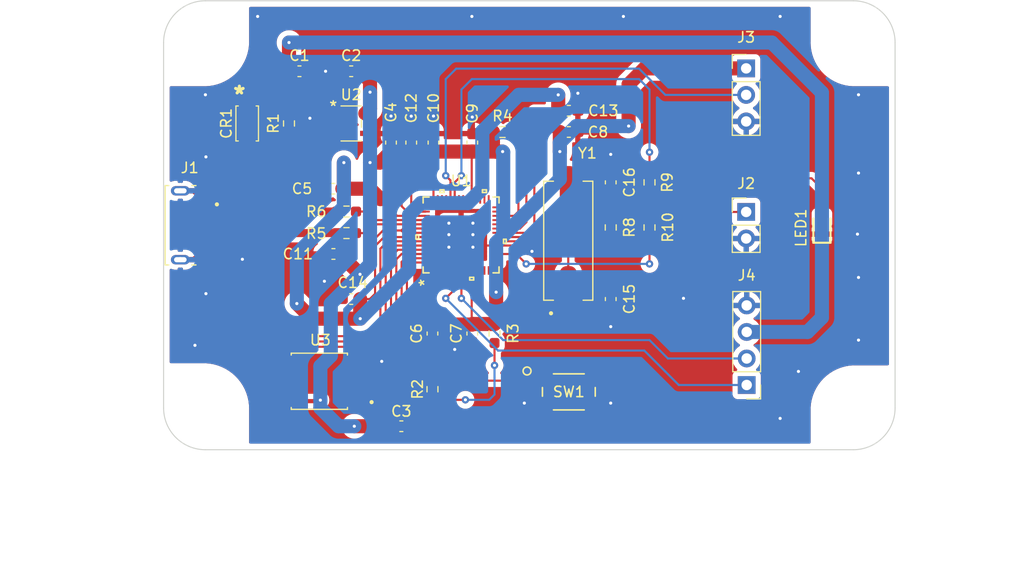
<source format=kicad_pcb>
(kicad_pcb (version 20211014) (generator pcbnew)
  (layers (0 "F.Cu" signal) (31 "B.Cu" signal) (34 "B.Paste" user) (35 "F.Paste" user) (36 "B.SilkS" user "B.Silkscreen") (37 "F.SilkS" user "F.Silkscreen") (38 "B.Mask" user) (39 "F.Mask" user) (44 "Edge.Cuts" user))
  (net 0 "")
  (net 1 "+3V3")
  (net 2 "GND")
  (net 3 "+5V")
  (net 4 "/+1.1V")
  (net 5 "/XIN")
  (net 6 "Net-(C16-Pad1)")
  (net 7 "/VBUS")
  (net 8 "/USB_N")
  (net 9 "/USB_P")
  (net 11 "/RUN")
  (net 12 "Net-(J2-Pad1)")
  (net 13 "Net-(R5-Pad1)")
  (net 14 "Net-(LED1-Pad2)")
  (net 17 "/GPIO26")
  (net 18 "/XOUT")
  (net 19 "/GPIO25")
  (net 20 "/USB_BOOT")
  (net 23 "/XBee_RX")
  (net 24 "/XBee_TX")
  (net 35 "Net-(R1-Pad2)")
  (net 46 "Net-(R6-Pad1)")
  (net 50 "/QSPI_SD3")
  (net 51 "/QSPI_SCK")
  (net 52 "/QSPI_SD2")
  (net 53 "/QSPI_SD1")
  (net 54 "/QSPI_CS")
  (net 56 "/QSPI_SD0")
  (net 57 "/GPIO14")
  (footprint "Resistor_SMD:R_0603_1608Metric_Pad0.98x0.95mm_HandSolder" (layer "F.Cu") (at 123.5 91.186 180)
    (fp_text reference "R6")
    (fp_text value "27")
  )
  (footprint "W25Q16JVSSIQ:SOIC127P790X216-8N" (layer "F.Cu") (at 120.904 107.442 180)
    (fp_text reference "U3")
    (fp_text value "W25Q16JVSSIQ")
  )
  (footprint "Resistor_SMD:R_0603_1608Metric_Pad0.98x0.95mm_HandSolder" (layer "F.Cu") (at 152.5 88.392 -90)
    (fp_text reference "R9")
    (fp_text value "1K")
  )
  (footprint "PTS810 SJK 250 SMTR LFS:PTS810 SJK 250 SMTR LFS" (layer "F.Cu") (at 144.78 108.458)
    (fp_text reference "SW1")
    (fp_text value "PTS810_SJK_250_SMTR_LFS" hide)
  )
  (footprint "Capacitor_SMD:C_0603_1608Metric_Pad1.08x0.95mm_HandSolder" (layer "F.Cu") (at 122.25 95.25 180)
    (fp_text reference "C11")
    (fp_text value "0.1uF")
  )
  (footprint "Capacitor_SMD:C_0603_1608Metric_Pad1.08x0.95mm_HandSolder" (layer "F.Cu") (at 131.826 84.582 90)
    (fp_text reference "C10")
    (fp_text value "0.1uF")
  )
  (footprint "Resistor_SMD:R_0603_1608Metric_Pad0.98x0.95mm_HandSolder" (layer "F.Cu") (at 123.5 93.25 180)
    (fp_text reference "R5")
    (fp_text value "27")
  )
  (footprint "MountingHole:MountingHole_3.5mm" (layer "F.Cu") (at 172.2 74.8)
    (fp_text reference "REF2" hide)
    (fp_text value "MountingHole_3.5mm")
  )
  (footprint "AP7365-33WG-7:AP7365-33WG-7" (layer "F.Cu") (at 123.952 82.75)
    (fp_text reference "U2")
    (fp_text value "AP7365-33WG-7" hide)
  )
  (footprint "150060VS75000:LEDC1608X80N" (layer "F.Cu") (at 169 92.6 90)
    (fp_text reference "LED1")
    (fp_text value "150060VS75000")
  )
  (footprint "Capacitor_SMD:C_0603_1608Metric_Pad1.08x0.95mm_HandSolder" (layer "F.Cu") (at 123.952 77.75 180)
    (fp_text reference "C2")
    (fp_text value "1uF")
  )
  (footprint "Connector_PinHeader_2.54mm:PinHeader_1x04_P2.54mm_Vertical" (layer "F.Cu") (at 161.8 107.8 180)
    (fp_text reference "J4")
    (fp_text value "Conn_01x04_Male")
  )
  (footprint "Connector_PinHeader_2.54mm:PinHeader_1x02_P2.54mm_Vertical" (layer "F.Cu") (at 161.75 91.225)
    (fp_text reference "J2")
    (fp_text value "Conn_01x02_Male")
  )
  (footprint "Capacitor_SMD:C_0603_1608Metric_Pad1.08x0.95mm_HandSolder" (layer "F.Cu") (at 131.73 102.87 -90)
    (fp_text reference "C6")
    (fp_text value "0.1uF")
  )
  (footprint "Resistor_SMD:R_0603_1608Metric_Pad0.98x0.95mm_HandSolder" (layer "F.Cu") (at 131.73 108.204 -90)
    (fp_text reference "R2")
    (fp_text value "1K")
  )
  (footprint "Resistor_SMD:R_0603_1608Metric_Pad0.98x0.95mm_HandSolder" (layer "F.Cu") (at 152.5 92.71 90)
    (fp_text reference "R10")
    (fp_text value "1K")
  )
  (footprint "MountingHole:MountingHole_3.5mm" (layer "F.Cu") (at 172.25 110.25)
    (fp_text reference "REF4" hide)
    (fp_text value "MountingHole_3.5mm")
  )
  (footprint "Capacitor_SMD:C_0603_1608Metric_Pad1.08x0.95mm_HandSolder" (layer "F.Cu") (at 127.762 84.582 90)
    (fp_text reference "C4")
    (fp_text value "1uF")
  )
  (footprint "Capacitor_SMD:C_0603_1608Metric_Pad1.08x0.95mm_HandSolder" (layer "F.Cu") (at 129.698 84.582 90)
    (fp_text reference "C12")
    (fp_text value "0.1uF")
  )
  (footprint "Resistor_SMD:R_0603_1608Metric_Pad0.98x0.95mm_HandSolder" (layer "F.Cu") (at 137.668 102.87 -90)
    (fp_text reference "R3")
    (fp_text value "10K")
  )
  (footprint "ABLS-12:ABLS-12.000MHZ-B4-T" (layer "F.Cu") (at 144.7244 93.98 90)
    (fp_text reference "Y1")
    (fp_text value "Crystal")
  )
  (footprint "Resistor_SMD:R_0603_1608Metric_Pad0.98x0.95mm_HandSolder" (layer "F.Cu") (at 138.43 83.566)
    (fp_text reference "R4")
    (fp_text value "10K")
  )
  (footprint "Capacitor_SMD:C_0603_1608Metric_Pad1.08x0.95mm_HandSolder" (layer "F.Cu") (at 122.25 89 180)
    (fp_text reference "C5")
    (fp_text value "1uF")
  )
  (footprint "MountingHole:MountingHole_3.5mm" (layer "F.Cu") (at 109.8 110.1)
    (fp_text reference "REF3" hide)
    (fp_text value "MountingHole_3.5mm")
  )
  (footprint "Capacitor_SMD:C_0603_1608Metric_Pad1.08x0.95mm_HandSolder" (layer "F.Cu") (at 119 77.75)
    (fp_text reference "C1")
    (fp_text value "1uF")
  )
  (footprint "Capacitor_SMD:C_0603_1608Metric_Pad1.08x0.95mm_HandSolder" (layer "F.Cu") (at 144.78 81.534)
    (fp_text reference "C13")
    (fp_text value "0.1uF")
  )
  (footprint "Resistor_SMD:R_0603_1608Metric_Pad0.98x0.95mm_HandSolder" (layer "F.Cu") (at 118 82.75 -90)
    (fp_text reference "R1")
    (fp_text value "10K")
  )
  (footprint "10118193-0001LF:FCI_10118193-0001LF" (layer "F.Cu") (at 107.6 92.5 -90)
    (fp_text reference "J1")
    (fp_text value "10118193-0001LF" hide)
  )
  (footprint "Capacitor_SMD:C_0603_1608Metric_Pad1.08x0.95mm_HandSolder" (layer "F.Cu") (at 144.78 83.566)
    (fp_text reference "C8")
    (fp_text value "0.1uF")
  )
  (footprint "Connector_PinHeader_2.54mm:PinHeader_1x03_P2.54mm_Vertical" (layer "F.Cu") (at 161.75 77.475)
    (fp_text reference "J3")
    (fp_text value "Conn_01x03_Male")
  )
  (footprint "Capacitor_SMD:C_0603_1608Metric_Pad1.08x0.95mm_HandSolder" (layer "F.Cu") (at 148.7884 88.392 90)
    (fp_text reference "C16")
    (fp_text value "27pF")
  )
  (footprint "Capacitor_SMD:C_0603_1608Metric_Pad1.08x0.95mm_HandSolder" (layer "F.Cu") (at 135.54 102.87 -90)
    (fp_text reference "C7")
    (fp_text value "0.1uF")
  )
  (footprint "Capacitor_SMD:C_0603_1608Metric_Pad1.08x0.95mm_HandSolder" (layer "F.Cu") (at 135.54 84.582 90)
    (fp_text reference "C9")
    (fp_text value "0.1uF")
  )
  (footprint "MountingHole:MountingHole_3.5mm" (layer "F.Cu") (at 109.8 74.8)
    (fp_text reference "REF1" hide)
    (fp_text value "MountingHole_3.5mm")
  )
  (footprint "SM5817PL-TP:SM5817PL-TP" (layer "F.Cu") (at 114 82.75 -90)
    (fp_text reference "CR1")
    (fp_text value "SM5817PL-TP" hide)
  )
  (footprint "Resistor_SMD:R_0603_1608Metric_Pad0.98x0.95mm_HandSolder" (layer "F.Cu") (at 148.7884 92.71 90)
    (fp_text reference "R8")
    (fp_text value "1K")
  )
  (footprint "Capacitor_SMD:C_0603_1608Metric_Pad1.08x0.95mm_HandSolder" (layer "F.Cu") (at 148.7884 99.568 -90)
    (fp_text reference "C15")
    (fp_text value "27pF")
  )
  (footprint "Capacitor_SMD:C_0603_1608Metric_Pad1.08x0.95mm_HandSolder" (layer "F.Cu") (at 128.75 111.75)
    (fp_text reference "C3")
    (fp_text value "0.1uF")
  )
  (footprint "Capacitor_SMD:C_0603_1608Metric_Pad1.08x0.95mm_HandSolder" (layer "F.Cu") (at 123.952 99.568 180)
    (fp_text reference "C14")
    (fp_text value "0.1uF")
  )
  (footprint "RP2040:RP2040" (layer "F.Cu") (at 134.468 93.426 90)
    (fp_text reference "U1")
    (fp_text value "RP2040" hide)
  )
  (gr_line (start 110.000001 71.000001) (end 172 71) (layer "Edge.Cuts") (width 0.1))
  (gr_line (start 106.000001 109.999999) (end 106.000001 75.000001) (layer "Edge.Cuts") (width 0.1))
  (gr_line (start 171.999999 113.999999) (end 110.000001 113.999999) (layer "Edge.Cuts") (width 0.1))
  (gr_line (start 176 75) (end 175.999999 109.999999) (layer "Edge.Cuts") (width 0.1))
  (gr_arc (start 172 71) (mid 174.828427 72.171573) (end 176 75) (layer "Edge.Cuts") (width 0.1))
  (gr_arc (start 106.000001 75.000001) (mid 107.171574 72.171574) (end 110.000001 71.000001) (layer "Edge.Cuts") (width 0.1))
  (gr_arc (start 110.000001 113.999999) (mid 107.171574 112.828426) (end 106.000001 109.999999) (layer "Edge.Cuts") (width 0.1))
  (gr_arc (start 175.999999 109.999999) (mid 174.828426 112.828426) (end 171.999999 113.999999) (layer "Edge.Cuts") (width 0.1))
  (gr_text "*" (at 113.25 80) (layer "F.SilkS") (effects (font (size 1.5 1.5) (thickness 0.3))))
  (segment (start 126.7105 86.496) (end 127.762 85.4445) (width 1.35) (layer "F.Cu") (net 1))
  (segment (start 131.8264 96.8296) (end 131.8264 101.9111) (width 0.2) (layer "F.Cu") (net 1))
  (segment (start 131.8264 101.9111) (end 131.73 102.0075) (width 0.2) (layer "F.Cu") (net 1))
  (segment (start 131.0644 93.2228) (end 128.9728 93.2228) (width 0.2) (layer "F.Cu") (net 1))
  (segment (start 128.9728 93.2228) (end 128.75 93) (width 0.2) (layer "F.Cu") (net 1))
  (segment (start 127.762 85.4445) (end 129.698 85.4445) (width 1.35) (layer "F.Cu") (net 1))
  (segment (start 137.8215 85.4445) (end 138.4445 85.4445) (width 1.35) (layer "F.Cu") (net 1))
  (segment (start 131.05952 92.80952) (end 128.94048 92.80952) (width 0.2) (layer "F.Cu") (net 1))
  (segment (start 131.8264 90.0224) (end 131.8264 85.4449) (width 0.2) (layer "F.Cu") (net 1))
  (segment (start 128.75 93) (end 128.94048 92.80952) (width 0.2) (layer "F.Cu") (net 1))
  (segment (start 125.754 79.754) (end 125.754 78.6895) (width 1.35) (layer "F.Cu") (net 1))
  (segment (start 135.59 101.9575) (end 135.54 102.0075) (width 1.35) (layer "F.Cu") (net 1))
  (segment (start 125.754 86.496) (end 126.7105 86.496) (width 1.35) (layer "F.Cu") (net 1))
  (segment (start 135.484 101.9515) (end 135.484 96.8296) (width 0.2) (layer "F.Cu") (net 1))
  (segment (start 129.2908 91.1908) (end 128.778 90.678) (width 0.2) (layer "F.Cu") (net 1))
  (segment (start 123.0895 95.25) (end 123.0895 95.4105) (width 0.2) (layer "F.Cu") (net 1))
  (segment (start 143.9175 83.566) (end 143.9175 85.4445) (width 1.35) (layer "F.Cu") (net 1))
  (segment (start 135.484 85.5005) (end 135.54 85.4445) (width 0.2) (layer "F.Cu") (net 1))
  (segment (start 135.484 90.0224) (end 135.484 85.5005) (width 0.2) (layer "F.Cu") (net 1))
  (segment (start 125.75 96.25) (end 124.802 97.198) (width 0.2) (layer "F.Cu") (net 1))
  (segment (start 131.826 85.4445) (end 135.54 85.4445) (width 1.35) (layer "F.Cu") (net 1))
  (segment (start 129.698 85.4445) (end 129.698 90.582) (width 0.2) (layer "F.Cu") (net 1))
  (segment (start 131.0644 92.8144) (end 131.05952 92.80952) (width 0.2) (layer "F.Cu") (net 1))
  (segment (start 142.24 83.566) (end 143.9175 83.566) (width 0.2) (layer "F.Cu") (net 1))
  (segment (start 124.802 97.198) (end 124.798 97.198) (width 0.2) (layer "F.Cu") (net 1))
  (segment (start 137.8716 93.2228) (end 140.9652 93.2228) (width 0.2) (layer "F.Cu") (net 1))
  (segment (start 129.2908 91.1908) (end 131.0644 91.1908) (width 0.2) (layer "F.Cu") (net 1))
  (segment (start 117.299 109.347) (end 120.903 109.347) (width 0.4) (layer "F.Cu") (net 1))
  (segment (start 129.9004 90.7844) (end 131.0644 90.7844) (width 0.2) (layer "F.Cu") (net 1))
  (segment (start 129.698 85.4445) (end 131.826 85.4445) (width 1.35) (layer "F.Cu") (net 1))
  (segment (start 141.478 84.328) (end 142.24 83.566) (width 0.2) (layer "F.Cu") (net 1))
  (segment (start 127.8875 111.75) (end 124.25 111.75) (width 1.35) (layer "F.Cu") (net 1))
  (segment (start 120.903 109.347) (end 121 109.25) (width 0.4) (layer "F.Cu") (net 1))
  (segment (start 135.54 102.0075) (end 131.73 102.0075) (width 1.35) (layer "F.Cu") (net 1))
  (segment (start 135.54 85.4445) (end 137.8215 85.4445) (width 1.35) (layer "F.Cu") (net 1))
  (segment (start 123.1125 95.5125) (end 124.798 97.198) (width 1.35) (layer "F.Cu") (net 1))
  (segment (start 125.75 94.25) (end 125.75 96.25) (width 0.2) (layer "F.Cu") (net 1))
  (segment (start 127 93) (end 128.75 93) (width 0.2) (layer "F.Cu") (net 1))
  (segment (start 125.754 81.347999) (end 125.302 81.799999) (width 1.35) (layer "F.Cu") (net 1))
  (segment (start 131.8264 85.4449) (end 131.826 85.4445) (width 0.2) (layer "F.Cu") (net 1))
  (segment (start 150.5 79) (end 150.5 83) (width 1.35) (layer "F.Cu") (net 1))
  (segment (start 135.54 102.0075) (end 135.484 101.9515) (width 0.2) (layer "F.Cu") (net 1))
  (segment (start 137.8215 101.804) (end 137.668 101.9575) (width 1.35) (layer "F.Cu") (net 1))
  (segment (start 137.668 101.9575) (end 135.59 101.9575) (width 1.35) (layer "F.Cu") (net 1))
  (segment (start 127 93) (end 125.75 94.25) (width 0.2) (layer "F.Cu") (net 1))
  (segment (start 123.1125 95.25) (end 123.1125 95.5125) (width 1.35) (layer "F.Cu") (net 1))
  (segment (start 137.8215 98.9065) (end 137.8215 101.804) (width 1.35) (layer "F.Cu") (net 1))
  (segment (start 125.754 79.754) (end 125.754 81.347999) (width 1.35) (layer "F.Cu") (net 1))
  (segment (start 141.478 92.71) (end 141.478 84.328) (width 0.2) (layer "F.Cu") (net 1))
  (segment (start 125.754 78.6895) (end 124.8145 77.75) (width 1.35) (layer "F.Cu") (net 1))
  (segment (start 131.0644 92.8164) (end 131.0644 92.8144) (width 0.2) (layer "F.Cu") (net 1))
  (segment (start 128.778 86.4605) (end 127.762 85.4445) (width 0.2) (layer "F.Cu") (net 1))
  (segment (start 129.698 90.582) (end 129.9004 90.7844) (width 0.2) (layer "F.Cu") (net 1))
  (segment (start 152.025 77.475) (end 150.5 79) (width 1.35) (layer "F.Cu") (net 1))
  (segment (start 140.9652 93.2228) (end 141.478 92.71) (width 0.2) (layer "F.Cu") (net 1))
  (segment (start 137.5175 85.1405) (end 137.8215 85.4445) (width 1.35) (layer "F.Cu") (net 1))
  (segment (start 161.75 77.475) (end 152.025 77.475) (width 1.35) (layer "F.Cu") (net 1))
  (segment (start 128.778 90.678) (end 128.778 86.4605) (width 0.2) (layer "F.Cu") (net 1))
  (segment (start 137.5175 83.566) (end 137.5175 85.1405) (width 1.35) (layer "F.Cu") (net 1))
  (via (at 138.4445 85.4445) (size 0.7) (drill 0.3) (layers "F.Cu" "B.Cu") (net 1))
  (via (at 124.798 97.198) (size 0.7) (drill 0.3) (layers "F.Cu" "B.Cu") (net 1))
  (via (at 150.5 83) (size 0.7) (drill 0.3) (layers "F.Cu" "B.Cu") (net 1))
  (via (at 137.8215 98.9065) (size 0.7) (drill 0.3) (layers "F.Cu" "B.Cu") (net 1))
  (via (at 125.754 79.754) (size 0.7) (drill 0.3) (layers "F.Cu" "B.Cu") (net 1))
  (via (at 125.754 86.496) (size 0.7) (drill 0.3) (layers "F.Cu" "B.Cu") (net 1))
  (via (at 143.9175 85.4445) (size 0.7) (drill 0.3) (layers "F.Cu" "B.Cu") (net 1))
  (via (at 121 109.25) (size 0.7) (drill 0.3) (layers "F.Cu" "B.Cu") (net 1))
  (via (at 124.25 111.75) (size 0.7) (drill 0.3) (layers "F.Cu" "B.Cu") (net 1))
  (segment (start 124.798 97.202) (end 122 100) (width 1.35) (layer "B.Cu") (net 1))
  (segment (start 137.8215 98.9065) (end 137.8215 94.1785) (width 1.35) (layer "B.Cu") (net 1))
  (segment (start 137.8215 94.1785) (end 138.5 93.5) (width 1.35) (layer "B.Cu") (net 1))
  (segment (start 122 100) (end 122 104) (width 1.35) (layer "B.Cu") (net 1))
  (segment (start 143.9175 84.5825) (end 145.5 83) (width 1.35) (layer "B.Cu") (net 1))
  (segment (start 121 106) (end 121 109.25) (width 1.35) (layer "B.Cu") (net 1))
  (segment (start 138.4445 85.4445) (end 138.5 85.5) (width 1.35) (layer "B.Cu") (net 1))
  (segment (start 122 105) (end 121 106) (width 1.35) (layer "B.Cu") (net 1))
  (segment (start 125.754 83.004) (end 125.754 79.754) (width 1.35) (layer "B.Cu") (net 1))
  (segment (start 122 104) (end 122 105) (width 1.35) (layer "B.Cu") (net 1))
  (segment (start 121 110) (end 122.75 111.75) (width 1.35) (layer "B.Cu") (net 1))
  (segment (start 138.5 85.5) (end 138.5 93.5) (width 1.35) (layer "B.Cu") (net 1))
  (segment (start 124.798 97.198) (end 124.798 97.202) (width 1.35) (layer "B.Cu") (net 1))
  (segment (start 125.754 93.496) (end 125.754 96.242) (width 1.35) (layer "B.Cu") (net 1))
  (segment (start 121 109.25) (end 121 110) (width 1.35) (layer "B.Cu") (net 1))
  (segment (start 125.754 86.496) (end 125.754 83.004) (width 1.35) (layer "B.Cu") (net 1))
  (segment (start 122.75 111.75) (end 124.25 111.75) (width 1.35) (layer "B.Cu") (net 1))
  (segment (start 143.9175 85.4445) (end 143.9175 84.5825) (width 1.35) (layer "B.Cu") (net 1))
  (segment (start 125.754 93.496) (end 125.754 86.496) (width 1.35) (layer "B.Cu") (net 1))
  (segment (start 143.9175 88.0825) (end 143.9175 85.4445) (width 1.35) (layer "B.Cu") (net 1))
  (segment (start 145.5 83) (end 150.5 83) (width 1.35) (layer "B.Cu") (net 1))
  (segment (start 138.5 93.5) (end 143.9175 88.0825) (width 1.35) (layer "B.Cu") (net 1))
  (segment (start 125.754 96.242) (end 124.798 97.198) (width 1.35) (layer "B.Cu") (net 1))
  (segment (start 131.826 83.7195) (end 131.826 82.042) (width 0.2) (layer "F.Cu") (net 2))
  (segment (start 129.698 82.138) (end 129.698 82.052) (width 0.2) (layer "F.Cu") (net 2))
  (segment (start 133.1965 103.7325) (end 133.858 104.394) (width 0.2) (layer "F.Cu") (net 2))
  (segment (start 134.5195 103.7325) (end 133.858 104.394) (width 0.2) (layer "F.Cu") (net 2))
  (segment (start 119.8625 77.75) (end 121.5 77.75) (width 0.2) (layer "F.Cu") (net 2))
  (segment (start 123.0895 77.75) (end 121.5 77.75) (width 0.2) (layer "F.Cu") (net 2))
  (segment (start 121.3875 97.8625) (end 121.3875 97.866) (width 0.2) (layer "F.Cu") (net 2))
  (segment (start 111.58 93.8) (end 113.538 95.758) (width 0.4) (layer "F.Cu") (net 2))
  (segment (start 120.5 82.75) (end 120 82.25) (width 0.4) (layer "F.Cu") (net 2))
  (segment (start 127.762 83.7195) (end 127.762 82.042) (width 0.2) (layer "F.Cu") (net 2))
  (segment (start 129.698 83.7195) (end 129.698 82.138) (width 0.2) (layer "F.Cu") (net 2))
  (segment (start 148.7884 100.4305) (end 148.7884 102.2116) (width 0.2) (layer "F.Cu") (net 2))
  (segment (start 135.758 94.442) (end 135.6 94.6) (width 0.2) (layer "F.Cu") (net 2))
  (segment (start 140.692 94.442) (end 141.25 95) (width 0.2) (layer "F.Cu") (net 2))
  (segment (start 146.855 109.532999) (end 148.785001 109.532999) (width 0.2) (layer "F.Cu") (net 2))
  (segment (start 148.7884 87.5295) (end 148.7884 85.7116) (width 0.2) (layer "F.Cu") (net 2))
  (segment (start 137.8716 94.442) (end 140.692 94.442) (width 0.2) (layer "F.Cu") (net 2))
  (segment (start 145.6425 83.566) (end 145.6425 81.534) (width 0.2) (layer "F.Cu") (net 2))
  (segment (start 145.6425 81.534) (end 145.6425 79.8565) (width 0.2) (layer "F.Cu") (net 2))
  (segment (start 169 93.35) (end 172.4 93.35) (width 0.2) (layer "F.Cu") (net 2))
  (segment (start 110.05 89.3) (end 110.05 85.95) (width 0.2) (layer "F.Cu") (net 2))
  (segment (start 135.54 83.7195) (end 135.54 82.138) (width 0.2) (layer "F.Cu") (net 2))
  (segment (start 110.275 93.8) (end 107.7 93.8) (width 0.4) (layer "F.Cu") (net 2))
  (segment (start 107.7 93.8) (end 107.6 93.7) (width 0.4) (layer "F.Cu") (net 2))
  (segment (start 124.509 105.537) (end 126.873 105.537) (width 0.2) (layer "F.Cu") (net 2))
  (segment (start 137.8716 94.442) (end 135.758 94.442) (width 0.2) (layer "F.Cu") (net 2))
  (segment (start 122.602 82.75) (end 120.5 82.75) (width 0.4) (layer "F.Cu") (net 2))
  (segment (start 107.6 93.7) (end 107.6 91.3) (width 0.4) (layer "F.Cu") (net 2))
  (segment (start 148.7884 85.7116) (end 148.7884 85.6536) (width 0.2) (layer "F.Cu") (net 2))
  (segment (start 131.73 103.7325) (end 133.1965 103.7325) (width 0.2) (layer "F.Cu") (net 2))
  (segment (start 121.3875 95.25) (end 121.3875 97.8625) (width 0.2) (layer "F.Cu") (net 2))
  (segment (start 121.3875 97.866) (end 123.0895 99.568) (width 0.2) (layer "F.Cu") (net 2))
  (segment (start 110.275 93.8) (end 111.58 93.8) (width 0.4) (layer "F.Cu") (net 2))
  (segment (start 135.54 103.7325) (end 134.5195 103.7325) (width 0.2) (layer "F.Cu") (net 2))
  (segment (start 110.05 95.7) (end 110.05 99.05) (width 0.2) (layer "F.Cu") (net 2))
  (segment (start 142.705 109.532999) (end 140.520999 109.532999) (width 0.2) (layer "F.Cu") (net 2))
  (via (at 166.75 106.5) (size 0.7) (drill 0.3) (layers "F.Cu" "B.Cu") (net 2))
  (via (at 131.826 82.042) (size 0.7) (drill 0.3) (layers "F.Cu" "B.Cu") (net 2))
  (via (at 135.6 93.4) (size 0.7) (drill 0.3) (layers "F.Cu" "B.Cu") (net 2))
  (via (at 110.05 99.05) (size 0.7) (drill 0.3) (layers "F.Cu" "B.Cu") (net 2))
  (via (at 172.5 80) (size 0.7) (drill 0.3) (layers "F.Cu" "B.Cu") (net 2))
  (via (at 165 111) (size 0.7) (drill 0.3) (layers "F.Cu" "B.Cu") (net 2))
  (via (at 155.75 99.5) (size 0.7) (drill 0.3) (layers "F.Cu" "B.Cu") (net 2))
  (via (at 133.3 92.3) (size 0.7) (drill 0.3) (layers "F.Cu" "B.Cu") (net 2))
  (via (at 150 72.5) (size 0.7) (drill 0.3) (layers "F.Cu" "B.Cu") (net 2))
  (via (at 135.6 94.6) (size 0.7) (drill 0.3) (layers "F.Cu" "B.Cu") (net 2))
  (via (at 126.873 105.537) (size 0.7) (drill 0.3) (layers "F.Cu" "B.Cu") (net 2))
  (via (at 109 104) (size 0.7) (drill 0.3) (layers "F.Cu" "B.Cu") (net 2))
  (via (at 110.05 85.95) (size 0.7) (drill 0.3) (layers "F.Cu" "B.Cu") (net 2))
  (via (at 110 80) (size 0.7) (drill 0.3) (layers "F.Cu" "B.Cu") (net 2))
  (via (at 121.3875 97.8625) (size 0.7) (drill 0.3) (layers "F.Cu" "B.Cu") (net 2))
  (via (at 148.7884 85.7116) (size 0.7) (drill 0.3) (layers "F.Cu" "B.Cu") (net 2))
  (via (at 145.6425 79.8565) (size 0.7) (drill 0.3) (layers "F.Cu" "B.Cu") (net 2))
  (via (at 133.858 104.394) (size 0.7) (drill 0.3) (layers "F.Cu" "B.Cu") (net 2))
  (via (at 113.538 95.758) (size 0.7) (drill 0.3) (layers "F.Cu" "B.Cu") (net 2))
  (via (at 133.3 94.6) (size 0.7) (drill 0.3) (layers "F.Cu" "B.Cu") (net 2))
  (via (at 135.6 92.3) (size 0.7) (drill 0.3) (layers "F.Cu" "B.Cu") (net 2))
  (via (at 148.7884 102.2116) (size 0.7) (drill 0.3) (layers "F.Cu" "B.Cu") (net 2))
  (via (at 165 72.5) (size 0.7) (drill 0.3) (layers "F.Cu" "B.Cu") (net 2))
  (via (at 172.5 87.5) (size 0.7) (drill 0.3) (layers "F.Cu" "B.Cu") (net 2))
  (via (at 172.5 103.5) (size 0.7) (drill 0.3) (layers "F.Cu" "B.Cu") (net 2))
  (via (at 172.5 97.5) (size 0.7) (drill 0.3) (layers "F.Cu" "B.Cu") (net 2))
  (via (at 172.4 93.35) (size 0.7) (drill 0.3) (layers "F.Cu" "B.Cu") (net 2))
  (via (at 115 72.5) (size 0.7) (drill 0.3) (layers "F.Cu" "B.Cu") (net 2))
  (via (at 127.762 82.042) (size 0.7) (drill 0.3) (layers "F.Cu" "B.Cu") (net 2))
  (via (at 133.3 93.4) (size 0.7) (drill 0.3) (layers "F.Cu" "B.Cu") (net 2))
  (via (at 148.785001 109.532999) (size 0.7) (drill 0.3) (layers "F.Cu" "B.Cu") (net 2))
  (via (at 135.54 82.138) (size 0.7) (drill 0.3) (layers "F.Cu" "B.Cu") (net 2))
  (via (at 129.698 82.052) (size 0.7) (drill 0.3) (layers "F.Cu" "B.Cu") (net 2))
  (via (at 121.5 77.75) (size 0.7) (drill 0.3) (layers "F.Cu" "B.Cu") (net 2))
  (via (at 140.520999 109.532999) (size 0.7) (drill 0.3) (layers "F.Cu" "B.Cu") (net 2))
  (via (at 135.5 72.5) (size 0.7) (drill 0.3) (layers "F.Cu" "B.Cu") (net 2))
  (via (at 141.25 95) (size 0.7) (drill 0.3) (layers "F.Cu" "B.Cu") (net 2))
  (via (at 120 82.25) (size 0.7) (drill 0.3) (layers "F.Cu" "B.Cu") (net 2))
  (segment (start 122.602 81.799999) (end 121.549999 81.799999) (width 0.4) (layer "F.Cu") (net 3))
  (segment (start 118.1375 77.75) (end 118.1375 79.8625) (width 1.35) (layer "F.Cu") (net 3))
  (segment (start 115 77.75) (end 118.1375 77.75) (width 1.35) (layer "F.Cu") (net 3))
  (segment (start 118.1375 81.7) (end 118 81.8375) (width 1.35) (layer "F.Cu") (net 3))
  (segment (start 114 80.8466) (end 114 78.75) (width 1.35) (layer "F.Cu") (net 3))
  (segment (start 121.549999 81.799999) (end 119.6125 79.8625) (width 0.4) (layer "F.Cu") (net 3))
  (segment (start 118 75) (end 118 77.6125) (width 1.35) (layer "F.Cu") (net 3))
  (segment (start 114 78.75) (end 115 77.75) (width 1.35) (layer "F.Cu") (net 3))
  (segment (start 118.1375 79.8625) (end 118.1375 81.7) (width 1.35) (layer "F.Cu") (net 3))
  (segment (start 118 77.6125) (end 118.1375 77.75) (width 1.35) (layer "F.Cu") (net 3))
  (segment (start 119.6125 79.8625) (end 118.1375 79.8625) (width 0.4) (layer "F.Cu") (net 3))
  (via (at 118 75) (size 0.7) (drill 0.3) (layers "F.Cu" "B.Cu") (net 3))
  (segment (start 167.62 102.72) (end 161.8 102.72) (width 1.35) (layer "B.Cu") (net 3))
  (segment (start 169 101.34) (end 167.62 102.72) (width 1.35) (layer "B.Cu") (net 3))
  (segment (start 164.2 75) (end 169 79.8) (width 1.35) (layer "B.Cu") (net 3))
  (segment (start 118 75) (end 164.2 75) (width 1.35) (layer "B.Cu") (net 3))
  (segment (start 169 79.8) (end 169 101.34) (width 1.35) (layer "B.Cu") (net 3))
  (segment (start 137.8716 92.8164) (end 140.1016 92.8164) (width 0.2) (layer "F.Cu") (net 4))
  (segment (start 140.1016 92.8164) (end 140.716 92.202) (width 0.2) (layer "F.Cu") (net 4))
  (segment (start 131.0644 91.5972) (end 128.3472 91.5972) (width 0.2) (layer "F.Cu") (net 4))
  (segment (start 124.8145 101.4465) (end 120.1965 101.4465) (width 1.35) (layer "F.Cu") (net 4))
  (segment (start 141.478 81.534) (end 143.9175 81.534) (width 0.2) (layer "F.Cu") (net 4))
  (segment (start 126.238 94.488) (end 126.238 99.06) (width 0.2) (layer "F.Cu") (net 4))
  (segment (start 125.73 99.568) (end 124.8145 99.568) (width 0.2) (layer "F.Cu") (net 4))
  (segment (start 143.764 80.01) (end 143.764 81.3805) (width 1.35) (layer "F.Cu") (net 4))
  (segment (start 143.764 81.3805) (end 143.9175 81.534) (width 1.35) (layer "F.Cu") (net 4))
  (segment (start 127.0968 93.6292) (end 126.238 94.488) (width 0.2) (layer "F.Cu") (net 4))
  (segment (start 123.1125 89) (end 125.75 89) (width 1.35) (layer "F.Cu") (net 4))
  (segment (start 123.25 86.5) (end 123.25 88.8625) (width 1.35) (layer "F.Cu") (net 4))
  (segment (start 128.3472 91.5972) (end 126.75 90) (width 0.2) (layer "F.Cu") (net 4))
  (segment (start 131.0644 93.6292) (end 127.0968 93.6292) (width 0.2) (layer "F.Cu") (net 4))
  (segment (start 125.75 89) (end 126.75 90) (width 1.35) (layer "F.Cu") (net 4))
  (segment (start 140.716 92.202) (end 140.716 82.296) (width 0.2) (layer "F.Cu") (net 4))
  (segment (start 120.1965 101.4465) (end 118.75 100) (width 1.35) (layer "F.Cu") (net 4))
  (segment (start 140.716 82.296) (end 141.478 81.534) (width 0.2) (layer "F.Cu") (net 4))
  (segment (start 123.25 88.8625) (end 123.1125 89) (width 1.35) (layer "F.Cu") (net 4))
  (segment (start 126.238 99.06) (end 125.73 99.568) (width 0.2) (layer "F.Cu") (net 4))
  (segment (start 124.8145 99.568) (end 124.8145 101.4465) (width 1.35) (layer "F.Cu") (net 4))
  (via (at 124.8145 101.4465) (size 0.7) (drill 0.3) (layers "F.Cu" "B.Cu") (net 4))
  (via (at 143.764 80.01) (size 0.7) (drill 0.3) (layers "F.Cu" "B.Cu") (net 4))
  (via (at 118.75 100) (size 0.7) (drill 0.3) (layers "F.Cu" "B.Cu") (net 4))
  (via (at 123.25 86.5) (size 0.7) (drill 0.3) (layers "F.Cu" "B.Cu") (net 4))
  (segment (start 139.99 80.01) (end 136.5 83.5) (width 1.35) (layer "B.Cu") (net 4))
  (segment (start 143.764 80.01) (end 139.99 80.01) (width 1.35) (layer "B.Cu") (net 4))
  (segment (start 136.5 89) (end 135.125 90.375) (width 1.35) (layer "B.Cu") (net 4))
  (segment (start 130.625 90.375) (end 129.5 91.5) (width 1.35) (layer "B.Cu") (net 4))
  (segment (start 129.5 91.5) (end 129.5 96.761) (width 1.35) (layer "B.Cu") (net 4))
  (segment (start 135.125 90.375) (end 130.625 90.375) (width 1.35) (layer "B.Cu") (net 4))
  (segment (start 123.25 90.75) (end 123.25 86.5) (width 1.35) (layer "B.Cu") (net 4))
  (segment (start 118.75 100) (end 118.75 95.25) (width 1.35) (layer "B.Cu") (net 4))
  (segment (start 136.5 83.5) (end 136.5 89) (width 1.35) (layer "B.Cu") (net 4))
  (segment (start 118.75 95.25) (end 123.25 90.75) (width 1.35) (layer "B.Cu") (net 4))
  (segment (start 129.5 96.761) (end 124.8145 101.4465) (width 1.35) (layer "B.Cu") (net 4))
  (segment (start 137.8716 94.0356) (end 143.764 94.0356) (width 0.2) (layer "F.Cu") (net 5))
  (segment (start 148.7239 98.77) (end 148.7884 98.7055) (width 0.2) (layer "F.Cu") (net 5))
  (segment (start 144.7244 94.996) (end 144.7244 98.77) (width 0.2) (layer "F.Cu") (net 5))
  (segment (start 144.7244 98.77) (end 148.7239 98.77) (width 0.2) (layer "F.Cu") (net 5))
  (segment (start 143.764 94.0356) (end 144.7244 94.996) (width 0.2) (layer "F.Cu") (net 5))
  (segment (start 144.7244 89.19) (end 148.7239 89.19) (width 0.2) (layer "F.Cu") (net 6))
  (segment (start 148.7239 89.19) (end 148.7884 89.2545) (width 0.2) (layer "F.Cu") (net 6))
  (segment (start 148.7884 89.2545) (end 148.7884 91.7975) (width 0.2) (layer "F.Cu") (net 6))
  (segment (start 111 91.2) (end 113 89.2) (width 0.4) (layer "F.Cu") (net 7))
  (segment (start 114 84.6534) (end 114 88.1) (width 1.35) (layer "F.Cu") (net 7))
  (segment (start 110.275 91.2) (end 111 91.2) (width 0.4) (layer "F.Cu") (net 7))
  (segment (start 114 88.1) (end 113 89.1) (width 1.35) (layer "F.Cu") (net 7))
  (segment (start 112.614 91.186) (end 122.5875 91.186) (width 0.77) (layer "F.Cu") (net 8))
  (segment (start 112.6 91.2) (end 112.614 91.186) (width 0.77) (layer "F.Cu") (net 8))
  (segment (start 111.95 91.85) (end 112.6 91.2) (width 0.4) (layer "F.Cu") (net 8))
  (segment (start 110.275 91.85) (end 111.95 91.85) (width 0.4) (layer "F.Cu") (net 8))
  (segment (start 111.9 92.5) (end 112.6 93.2) (width 0.4) (layer "F.Cu") (net 9))
  (segment (start 112.6 93.2) (end 112.65 93.25) (width 0.77) (layer "F.Cu") (net 9))
  (segment (start 110.275 92.5) (end 111.9 92.5) (width 0.4) (layer "F.Cu") (net 9))
  (segment (start 112.65 93.25) (end 122.5875 93.25) (width 0.77) (layer "F.Cu") (net 9))
  (segment (start 139.954 91.186) (end 139.954 84.1775) (width 0.2) (layer "F.Cu") (net 11))
  (segment (start 139.954 84.1775) (end 139.3425 83.566) (width 0.2) (layer "F.Cu") (net 11))
  (segment (start 139.5428 91.5972) (end 139.954 91.186) (width 0.2) (layer "F.Cu") (net 11))
  (segment (start 137.8716 91.5972) (end 139.5428 91.5972) (width 0.2) (layer "F.Cu") (net 11))
  (segment (start 152.5 91.7975) (end 153.0725 91.225) (width 0.2) (layer "F.Cu") (net 12))
  (segment (start 153.0725 91.225) (end 161.75 91.225) (width 0.2) (layer "F.Cu") (net 12))
  (segment (start 125.25 93.25) (end 124.4125 93.25) (width 0.2) (layer "F.Cu") (net 13))
  (segment (start 126.09 92.41) (end 125.25 93.25) (width 0.2) (layer "F.Cu") (net 13))
  (segment (start 131.0644 92.41) (end 126.09 92.41) (width 0.2) (layer "F.Cu") (net 13))
  (segment (start 169 89) (end 168 88) (width 0.2) (layer "F.Cu") (net 14))
  (segment (start 156.6955 89.3045) (end 152.5 89.3045) (width 0.2) (layer "F.Cu") (net 14))
  (segment (start 168 88) (end 158 88) (width 0.2) (layer "F.Cu") (net 14))
  (segment (start 158 88) (end 156.6955 89.3045) (width 0.2) (layer "F.Cu") (net 14))
  (segment (start 169 91.85) (end 169 89) (width 0.2) (layer "F.Cu") (net 14))
  (segment (start 133.452 90.0224) (end 133.452 88.202) (width 0.2) (layer "F.Cu") (net 17))
  (segment (start 133.452 88.202) (end 133 87.75) (width 0.2) (layer "F.Cu") (net 17))
  (via (at 133 87.75) (size 0.7) (drill 0.3) (layers "F.Cu" "B.Cu") (net 17))
  (segment (start 133 78.5) (end 134 77.5) (width 0.2) (layer "B.Cu") (net 17))
  (segment (start 154.015 80.015) (end 161.75 80.015) (width 0.2) (layer "B.Cu") (net 17))
  (segment (start 133 87.75) (end 133 78.5) (width 0.2) (layer "B.Cu") (net 17))
  (segment (start 151.5 77.5) (end 154.015 80.015) (width 0.2) (layer "B.Cu") (net 17))
  (segment (start 134 77.5) (end 151.5 77.5) (width 0.2) (layer "B.Cu") (net 17))
  (segment (start 148.7817 93.6292) (end 148.7884 93.6225) (width 0.2) (layer "F.Cu") (net 18))
  (segment (start 137.8716 93.6292) (end 148.7817 93.6292) (width 0.2) (layer "F.Cu") (net 18))
  (segment (start 133.8584 88.3916) (end 134.5 87.75) (width 0.2) (layer "F.Cu") (net 19))
  (segment (start 133.8584 90.0224) (end 133.8584 88.3916) (width 0.2) (layer "F.Cu") (net 19))
  (segment (start 152.5 87.4795) (end 152.5 85.5) (width 0.2) (layer "F.Cu") (net 19))
  (via (at 134.5 87.75) (size 0.7) (drill 0.3) (layers "F.Cu" "B.Cu") (net 19))
  (via (at 152.5 85.5) (size 0.7) (drill 0.3) (layers "F.Cu" "B.Cu") (net 19))
  (segment (start 151.5 78.5) (end 135.5 78.5) (width 0.2) (layer "B.Cu") (net 19))
  (segment (start 152.5 79.5) (end 151.5 78.5) (width 0.2) (layer "B.Cu") (net 19))
  (segment (start 152.5 79.5) (end 152.5 85.5) (width 0.2) (layer "B.Cu") (net 19))
  (segment (start 135.5 78.5) (end 134.5 79.5) (width 0.2) (layer "B.Cu") (net 19))
  (segment (start 134.5 79.5) (end 134.5 87.75) (width 0.2) (layer "B.Cu") (net 19))
  (segment (start 131.821501 107.383001) (end 131.73 107.2915) (width 0.2) (layer "F.Cu") (net 20))
  (segment (start 146.855 107.383001) (end 142.705 107.383001) (width 0.2) (layer "F.Cu") (net 20))
  (segment (start 142.705 107.383001) (end 131.821501 107.383001) (width 0.2) (layer "F.Cu") (net 20))
  (segment (start 133.8584 96.8296) (end 133.8584 98.6416) (width 0.2) (layer "F.Cu") (net 23))
  (segment (start 133.8584 98.6416) (end 133 99.5) (width 0.2) (layer "F.Cu") (net 23))
  (via (at 133 99.5) (size 0.7) (drill 0.3) (layers "F.Cu" "B.Cu") (net 23))
  (segment (start 138 104.5) (end 133 99.5) (width 0.2) (layer "B.Cu") (net 23))
  (segment (start 155.3 107.8) (end 154 106.5) (width 0.2) (layer "B.Cu") (net 23))
  (segment (start 154 106.5) (end 152 104.5) (width 0.2) (layer "B.Cu") (net 23))
  (segment (start 152 104.5) (end 138 104.5) (width 0.2) (layer "B.Cu") (net 23))
  (segment (start 161.8 107.8) (end 155.3 107.8) (width 0.2) (layer "B.Cu") (net 23))
  (segment (start 134.5 98.5) (end 134.5 99.5) (width 0.2) (layer "F.Cu") (net 24))
  (segment (start 134.2648 96.8296) (end 134.2648 98.2648) (width 0.2) (layer "F.Cu") (net 24))
  (segment (start 134.2648 98.2648) (end 134.5 98.5) (width 0.2) (layer "F.Cu") (net 24))
  (via (at 134.5 99.5) (size 0.7) (drill 0.3) (layers "F.Cu" "B.Cu") (net 24))
  (segment (start 138.5 103.5) (end 134.5 99.5) (width 0.2) (layer "B.Cu") (net 24))
  (segment (start 153.5 104.5) (end 152.5 103.5) (width 0.2) (layer "B.Cu") (net 24))
  (segment (start 154.26 105.26) (end 153.5 104.5) (width 0.2) (layer "B.Cu") (net 24))
  (segment (start 161.8 105.26) (end 154.26 105.26) (width 0.2) (layer "B.Cu") (net 24))
  (segment (start 152.5 103.5) (end 138.5 103.5) (width 0.2) (layer "B.Cu") (net 24))
  (segment (start 122.602 83.700001) (end 118.037501 83.700001) (width 0.4) (layer "F.Cu") (net 35))
  (segment (start 118.037501 83.700001) (end 118 83.6625) (width 0.4) (layer "F.Cu") (net 35))
  (segment (start 125.314 91.186) (end 124.4125 91.186) (width 0.2) (layer "F.Cu") (net 46))
  (segment (start 131.0644 92.0036) (end 126.1316 92.0036) (width 0.2) (layer "F.Cu") (net 46))
  (segment (start 126.1316 92.0036) (end 125.314 91.186) (width 0.2) (layer "F.Cu") (net 46))
  (segment (start 115.327 108.077) (end 115 107.75) (width 0.2) (layer "F.Cu") (net 50))
  (segment (start 127.4524 94.0356) (end 131.0644 94.0356) (width 0.2) (layer "F.Cu") (net 50))
  (segment (start 115 103.5) (end 115.376 103.124) (width 0.2) (layer "F.Cu") (net 50))
  (segment (start 125.984 103.124) (end 126.746 102.362) (width 0.2) (layer "F.Cu") (net 50))
  (segment (start 115.376 103.124) (end 125.984 103.124) (width 0.2) (layer "F.Cu") (net 50))
  (segment (start 126.746 102.362) (end 126.746 94.742) (width 0.2) (layer "F.Cu") (net 50))
  (segment (start 126.746 94.742) (end 127.4524 94.0356) (width 0.2) (layer "F.Cu") (net 50))
  (segment (start 117.299 108.077) (end 115.327 108.077) (width 0.2) (layer "F.Cu") (net 50))
  (segment (start 115 107.75) (end 115 103.5) (width 0.2) (layer "F.Cu") (net 50))
  (segment (start 115.943 106.807) (end 115.5 106.364) (width 0.2) (layer "F.Cu") (net 51))
  (segment (start 115.868 103.632) (end 126.492 103.632) (width 0.2) (layer "F.Cu") (net 51))
  (segment (start 117.299 106.807) (end 115.943 106.807) (width 0.2) (layer "F.Cu") (net 51))
  (segment (start 126.492 103.632) (end 127.254 102.87) (width 0.2) (layer "F.Cu") (net 51))
  (segment (start 127.254 94.996) (end 127.808 94.442) (width 0.2) (layer "F.Cu") (net 51))
  (segment (start 115.5 106.364) (end 115.5 104) (width 0.2) (layer "F.Cu") (net 51))
  (segment (start 127.808 94.442) (end 131.0644 94.442) (width 0.2) (layer "F.Cu") (net 51))
  (segment (start 127.254 102.87) (end 127.254 94.996) (width 0.2) (layer "F.Cu") (net 51))
  (segment (start 115.5 104) (end 115.868 103.632) (width 0.2) (layer "F.Cu") (net 51))
  (segment (start 127.381 106.807) (end 124.509 106.807) (width 0.2) (layer "F.Cu") (net 52))
  (segment (start 128.27 105.918) (end 127.381 106.807) (width 0.2) (layer "F.Cu") (net 52))
  (segment (start 128.27 95.758) (end 128.27 105.918) (width 0.2) (layer "F.Cu") (net 52))
  (segment (start 131.0644 95.2548) (end 128.7732 95.2548) (width 0.2) (layer "F.Cu") (net 52))
  (segment (start 128.7732 95.2548) (end 128.27 95.758) (width 0.2) (layer "F.Cu") (net 52))
  (segment (start 131.0644 95.6612) (end 129.1288 95.6612) (width 0.2) (layer "F.Cu") (net 53))
  (segment (start 128.778 96.012) (end 128.778 107.188) (width 0.2) (layer "F.Cu") (net 53))
  (segment (start 127.889 108.077) (end 124.509 108.077) (width 0.2) (layer "F.Cu") (net 53))
  (segment (start 129.1288 95.6612) (end 128.778 96.012) (width 0.2) (layer "F.Cu") (net 53))
  (segment (start 128.778 107.188) (end 127.889 108.077) (width 0.2) (layer "F.Cu") (net 53))
  (segment (start 129.286 108.458) (end 128.397 109.347) (width 0.2) (layer "F.Cu") (net 54))
  (segment (start 129.286 96.52) (end 129.286 108.458) (width 0.2) (layer "F.Cu") (net 54))
  (segment (start 129.9445 109.1165) (end 131.73 109.1165) (width 0.2) (layer "F.Cu") (net 54))
  (segment (start 128.397 109.347) (end 124.509 109.347) (width 0.2) (layer "F.Cu") (net 54))
  (segment (start 134.88 109.22) (end 131.8335 109.22) (width 0.2) (layer "F.Cu") (net 54))
  (segment (start 131.0644 96.0676) (end 129.7384 96.0676) (width 0.2) (layer "F.Cu") (net 54))
  (segment (start 129.286 108.458) (end 129.9445 109.1165) (width 0.2) (layer "F.Cu") (net 54))
  (segment (start 131.8335 109.22) (end 131.73 109.1165) (width 0.2) (layer "F.Cu") (net 54))
  (segment (start 129.7384 96.0676) (end 129.286 96.52) (width 0.2) (layer "F.Cu") (net 54))
  (segment (start 137.668 103.7825) (end 137.668 105.918) (width 0.2) (layer "F.Cu") (net 54))
  (via (at 137.668 105.918) (size 0.7) (drill 0.3) (layers "F.Cu" "B.Cu") (net 54))
  (via (at 134.88 109.22) (size 0.7) (drill 0.3) (layers "F.Cu" "B.Cu") (net 54))
  (segment (start 137.668 105.918) (end 137.668 108.712) (width 0.2) (layer "B.Cu") (net 54))
  (segment (start 137.16 109.22) (end 134.88 109.22) (width 0.2) (layer "B.Cu") (net 54))
  (segment (start 137.668 108.712) (end 137.16 109.22) (width 0.2) (layer "B.Cu") (net 54))
  (segment (start 117.299 105.537) (end 117.299 104.731) (width 0.2) (layer "F.Cu") (net 56))
  (segment (start 127.762 95.504) (end 127.762 103.378) (width 0.2) (layer "F.Cu") (net 56))
  (segment (start 128.4176 94.8484) (end 127.762 95.504) (width 0.2) (layer "F.Cu") (net 56))
  (segment (start 127.762 103.378) (end 127 104.14) (width 0.2) (layer "F.Cu") (net 56))
  (segment (start 131.0644 94.8484) (end 128.4176 94.8484) (width 0.2) (layer "F.Cu") (net 56))
  (segment (start 127 104.14) (end 117.89 104.14) (width 0.2) (layer "F.Cu") (net 56))
  (segment (start 117.299 104.731) (end 117.89 104.14) (width 0.2) (layer "F.Cu") (net 56))
  (segment (start 137.8716 95.2548) (end 139.7548 95.2548) (width 0.2) (layer "F.Cu") (net 57))
  (segment (start 139.7548 95.2548) (end 140.7 96.2) (width 0.2) (layer "F.Cu") (net 57))
  (segment (start 152.5 93.6225) (end 152.5 96.2) (width 0.2) (layer "F.Cu") (net 57))
  (via (at 152.5 96.2) (size 0.7) (drill 0.3) (layers "F.Cu" "B.Cu") (net 57))
  (via (at 140.7 96.2) (size 0.7) (drill 0.3) (layers "F.Cu" "B.Cu") (net 57))
  (segment (start 140.7 96.2) (end 152.5 96.2) (width 0.2) (layer "B.Cu") (net 57))
  (zone (net 2) (net_name "GND") (layer "F.Cu") (connect_pads (clearance 0.508)) (min_thickness 0.254) (fill yes (thermal_gap 0.508) (thermal_bridge_width 0.508))
    (polygon (pts (xy 168.5 75.5) (xy 169 77) (xy 170.5 78.2) (xy 172 78.6) (xy 176 78.6) (xy 176 106.5) (xy 171.5 106.5) (xy 169.75 107.25) (xy 168.75 108.5) (xy 168.5 110) (xy 168.5 114) (xy 113.6 114) (xy 113.5 109) (xy 112.7 107.6) (xy 111.7 106.7) (xy 110.2 106.3) (xy 106 106.3) (xy 106 78.6) (xy 110.2 78.6) (xy 112 78) (xy 113 77) (xy 113.6 75.6) (xy 113.6 71) (xy 168.5 71)))
  )
  (zone (net 2) (net_name "GND") (layer "B.Cu") (connect_pads (clearance 0.508)) (min_thickness 0.254) (fill yes (thermal_gap 0.508) (thermal_bridge_width 0.508))
    (polygon (pts (xy 168.5 75.4) (xy 169 76.9) (xy 170.4 78.2) (xy 172 78.6) (xy 176 78.6) (xy 176 106.5) (xy 171.25 106.5) (xy 169.75 107.25) (xy 168.75 108.5) (xy 168.5 110) (xy 168.5 114) (xy 113.6 114) (xy 113.5 109.2) (xy 112.6 107.5) (xy 111.4 106.6) (xy 110.25 106.3) (xy 106 106.3) (xy 106 78.6) (xy 110.4 78.6) (xy 112.2 77.8) (xy 113.1 76.8) (xy 113.6 75.5) (xy 113.6 71) (xy 168.5 71)))
  )
)
</source>
